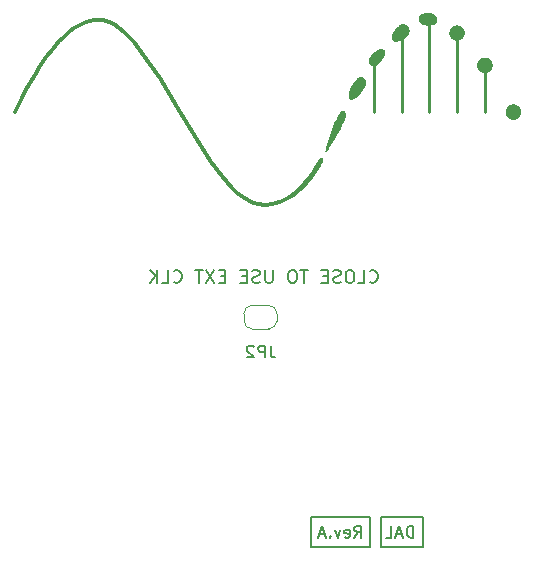
<source format=gbo>
G04 #@! TF.GenerationSoftware,KiCad,Pcbnew,8.0.6*
G04 #@! TF.CreationDate,2025-01-02T21:52:10-07:00*
G04 #@! TF.ProjectId,AD9744 Ersatz Eval Board Rev. A,41443937-3434-4204-9572-7361747a2045,rev?*
G04 #@! TF.SameCoordinates,Original*
G04 #@! TF.FileFunction,Legend,Bot*
G04 #@! TF.FilePolarity,Positive*
%FSLAX46Y46*%
G04 Gerber Fmt 4.6, Leading zero omitted, Abs format (unit mm)*
G04 Created by KiCad (PCBNEW 8.0.6) date 2025-01-02 21:52:10*
%MOMM*%
%LPD*%
G01*
G04 APERTURE LIST*
G04 Aperture macros list*
%AMFreePoly0*
4,1,19,0.500000,-0.750000,0.000000,-0.750000,0.000000,-0.744911,-0.071157,-0.744911,-0.207708,-0.704816,-0.327430,-0.627875,-0.420627,-0.520320,-0.479746,-0.390866,-0.500000,-0.250000,-0.500000,0.250000,-0.479746,0.390866,-0.420627,0.520320,-0.327430,0.627875,-0.207708,0.704816,-0.071157,0.744911,0.000000,0.744911,0.000000,0.750000,0.500000,0.750000,0.500000,-0.750000,0.500000,-0.750000,
$1*%
%AMFreePoly1*
4,1,19,0.000000,0.744911,0.071157,0.744911,0.207708,0.704816,0.327430,0.627875,0.420627,0.520320,0.479746,0.390866,0.500000,0.250000,0.500000,-0.250000,0.479746,-0.390866,0.420627,-0.520320,0.327430,-0.627875,0.207708,-0.704816,0.071157,-0.744911,0.000000,-0.744911,0.000000,-0.750000,-0.500000,-0.750000,-0.500000,0.750000,0.000000,0.750000,0.000000,0.744911,0.000000,0.744911,
$1*%
G04 Aperture macros list end*
%ADD10C,0.370681*%
%ADD11C,0.238124*%
%ADD12C,0.200000*%
%ADD13C,0.000000*%
%ADD14C,0.150000*%
%ADD15C,0.120000*%
%ADD16R,1.700000X1.700000*%
%ADD17O,1.700000X1.700000*%
%ADD18C,3.800000*%
%ADD19C,2.000000*%
%ADD20R,1.600000X1.600000*%
%ADD21O,1.600000X1.600000*%
%ADD22C,2.050000*%
%ADD23C,2.250000*%
%ADD24R,2.600000X2.600000*%
%ADD25C,2.600000*%
%ADD26FreePoly0,0.000000*%
%ADD27FreePoly1,0.000000*%
G04 APERTURE END LIST*
D10*
X141592825Y-94788048D02*
X141774572Y-94783626D01*
D11*
X155587168Y-86956383D02*
X155587168Y-79085823D01*
D10*
X145708787Y-92107293D02*
X145936342Y-91777463D01*
X137101070Y-91155134D02*
X137985816Y-92340611D01*
X131877332Y-82757366D02*
X132741640Y-84080512D01*
X132741640Y-84080512D02*
X134475570Y-86956250D01*
X145936342Y-91777463D02*
X146156623Y-91438689D01*
X138876611Y-93342531D02*
X139324511Y-93760316D01*
D11*
X157926878Y-86956383D02*
X157926878Y-80043616D01*
D10*
X130150259Y-80569970D02*
X130582070Y-81045117D01*
D12*
X145575000Y-121200000D02*
X150575000Y-121200000D01*
X150575000Y-123800000D01*
X145575000Y-123800000D01*
X145575000Y-121200000D01*
D10*
X127203278Y-79146864D02*
X127552184Y-79124452D01*
X142129415Y-94748922D02*
X142302586Y-94719085D01*
X140679360Y-94612138D02*
X141135006Y-94743115D01*
X120490191Y-86937068D02*
X120640427Y-86601370D01*
D13*
G36*
X149803461Y-83967629D02*
G01*
X149822681Y-83969026D01*
X149841950Y-83971541D01*
X149861226Y-83975137D01*
X149880470Y-83979776D01*
X149899640Y-83985422D01*
X149918697Y-83992036D01*
X149937600Y-83999582D01*
X149956309Y-84008023D01*
X149974783Y-84017320D01*
X149992983Y-84027438D01*
X150010867Y-84038339D01*
X150028396Y-84049986D01*
X150045529Y-84062341D01*
X150078445Y-84089028D01*
X150109293Y-84118102D01*
X150137750Y-84149266D01*
X150150981Y-84165538D01*
X150163494Y-84182222D01*
X150175247Y-84199279D01*
X150186200Y-84216672D01*
X150196314Y-84234365D01*
X150205548Y-84252320D01*
X150213861Y-84270499D01*
X150221213Y-84288866D01*
X150227564Y-84307384D01*
X150232873Y-84326014D01*
X150237100Y-84344721D01*
X150240205Y-84363466D01*
X150242653Y-84386871D01*
X150243785Y-84410487D01*
X150243655Y-84434287D01*
X150242319Y-84458246D01*
X150239831Y-84482338D01*
X150236247Y-84506539D01*
X150226012Y-84555162D01*
X150212055Y-84603910D01*
X150194816Y-84652580D01*
X150174739Y-84700967D01*
X150152263Y-84748866D01*
X150127832Y-84796074D01*
X150101885Y-84842387D01*
X150074864Y-84887599D01*
X150047212Y-84931507D01*
X149991776Y-85014594D01*
X149939109Y-85090013D01*
X149856300Y-85204831D01*
X149813520Y-85261621D01*
X149769701Y-85317696D01*
X149724751Y-85372832D01*
X149678576Y-85426803D01*
X149631085Y-85479383D01*
X149582186Y-85530347D01*
X149531786Y-85579469D01*
X149479793Y-85626524D01*
X149426115Y-85671286D01*
X149370660Y-85713530D01*
X149313335Y-85753029D01*
X149254048Y-85789559D01*
X149192707Y-85822894D01*
X149129220Y-85852808D01*
X149111741Y-85860104D01*
X149093795Y-85866941D01*
X149075471Y-85873211D01*
X149056860Y-85878807D01*
X149038052Y-85883624D01*
X149019137Y-85887554D01*
X149000206Y-85890492D01*
X148981350Y-85892330D01*
X148962657Y-85892961D01*
X148944220Y-85892280D01*
X148926127Y-85890180D01*
X148917238Y-85888564D01*
X148908470Y-85886554D01*
X148899832Y-85884135D01*
X148891338Y-85881295D01*
X148882997Y-85878020D01*
X148874821Y-85874297D01*
X148866823Y-85870113D01*
X148859011Y-85865454D01*
X148851400Y-85860307D01*
X148843998Y-85854659D01*
X148837957Y-85849503D01*
X148832230Y-85844114D01*
X148826809Y-85838500D01*
X148821686Y-85832671D01*
X148812302Y-85820406D01*
X148804013Y-85807394D01*
X148796753Y-85793711D01*
X148790457Y-85779431D01*
X148785061Y-85764632D01*
X148780498Y-85749388D01*
X148776705Y-85733776D01*
X148773615Y-85717870D01*
X148771164Y-85701746D01*
X148769286Y-85685479D01*
X148767917Y-85669146D01*
X148766992Y-85652822D01*
X148766210Y-85620503D01*
X148768368Y-85517241D01*
X148776155Y-85414299D01*
X148789457Y-85311937D01*
X148808163Y-85210411D01*
X148832158Y-85109982D01*
X148861330Y-85010908D01*
X148895565Y-84913447D01*
X148934750Y-84817857D01*
X148978772Y-84724397D01*
X149027517Y-84633326D01*
X149080873Y-84544902D01*
X149138727Y-84459384D01*
X149200965Y-84377029D01*
X149267474Y-84298098D01*
X149338140Y-84222847D01*
X149412852Y-84151537D01*
X149432738Y-84133885D01*
X149453100Y-84116526D01*
X149473933Y-84099573D01*
X149495228Y-84083137D01*
X149516979Y-84067333D01*
X149539178Y-84052272D01*
X149561820Y-84038068D01*
X149584896Y-84024834D01*
X149608401Y-84012681D01*
X149632326Y-84001724D01*
X149656665Y-83992074D01*
X149681412Y-83983844D01*
X149706558Y-83977148D01*
X149732097Y-83972097D01*
X149758023Y-83968806D01*
X149784327Y-83967386D01*
X149784328Y-83967386D01*
X149803461Y-83967629D01*
G37*
D10*
X128420211Y-79300362D02*
X128853332Y-79511644D01*
X143127414Y-94453957D02*
X143284434Y-94379302D01*
X141774572Y-94783626D02*
X141953423Y-94770510D01*
X127986526Y-79169386D02*
X128420211Y-79300362D01*
X126176274Y-79460151D02*
X126514789Y-79317574D01*
X130582070Y-81045117D02*
X131013790Y-81571889D01*
X142967794Y-94521700D02*
X143127414Y-94453957D01*
D13*
G36*
X160320911Y-82319619D02*
G01*
X160354153Y-82322146D01*
X160386912Y-82326309D01*
X160419146Y-82332066D01*
X160450815Y-82339375D01*
X160481878Y-82348195D01*
X160512292Y-82358487D01*
X160542017Y-82370207D01*
X160571013Y-82383315D01*
X160599237Y-82397771D01*
X160626649Y-82413532D01*
X160653207Y-82430559D01*
X160678871Y-82448809D01*
X160703599Y-82468241D01*
X160727350Y-82488815D01*
X160750083Y-82510489D01*
X160771757Y-82533222D01*
X160792331Y-82556973D01*
X160811763Y-82581701D01*
X160830013Y-82607365D01*
X160847039Y-82633923D01*
X160862800Y-82661335D01*
X160877256Y-82689559D01*
X160890364Y-82718554D01*
X160902085Y-82748280D01*
X160912376Y-82778694D01*
X160921197Y-82809756D01*
X160928506Y-82841425D01*
X160934262Y-82873660D01*
X160938425Y-82906419D01*
X160940953Y-82939661D01*
X160941804Y-82973346D01*
X160940953Y-83007031D01*
X160938425Y-83040273D01*
X160934262Y-83073032D01*
X160928506Y-83105267D01*
X160921197Y-83136936D01*
X160912376Y-83167998D01*
X160902085Y-83198412D01*
X160890364Y-83228138D01*
X160877256Y-83257133D01*
X160862800Y-83285357D01*
X160847039Y-83312769D01*
X160830013Y-83339328D01*
X160811763Y-83364991D01*
X160792331Y-83389719D01*
X160771757Y-83413470D01*
X160750083Y-83436204D01*
X160727350Y-83457877D01*
X160703599Y-83478451D01*
X160678871Y-83497884D01*
X160653207Y-83516133D01*
X160626649Y-83533160D01*
X160599237Y-83548921D01*
X160571013Y-83563377D01*
X160542017Y-83576485D01*
X160512292Y-83588206D01*
X160481878Y-83598497D01*
X160450815Y-83607317D01*
X160419146Y-83614627D01*
X160386912Y-83620383D01*
X160354153Y-83624546D01*
X160320911Y-83627073D01*
X160287226Y-83627925D01*
X160253542Y-83627073D01*
X160220299Y-83624546D01*
X160187540Y-83620383D01*
X160155306Y-83614627D01*
X160123637Y-83607317D01*
X160092574Y-83598497D01*
X160062160Y-83588206D01*
X160032434Y-83576485D01*
X160003439Y-83563377D01*
X159975215Y-83548921D01*
X159947803Y-83533160D01*
X159921245Y-83516133D01*
X159895581Y-83497884D01*
X159870853Y-83478451D01*
X159847102Y-83457877D01*
X159824369Y-83436204D01*
X159802695Y-83413470D01*
X159782121Y-83389719D01*
X159762689Y-83364991D01*
X159744439Y-83339328D01*
X159727413Y-83312769D01*
X159711651Y-83285357D01*
X159697196Y-83257133D01*
X159684087Y-83228138D01*
X159672367Y-83198412D01*
X159662076Y-83167998D01*
X159653255Y-83136936D01*
X159645946Y-83105267D01*
X159640189Y-83073032D01*
X159636026Y-83040273D01*
X159633499Y-83007031D01*
X159632647Y-82973346D01*
X159633499Y-82939661D01*
X159636026Y-82906419D01*
X159640189Y-82873660D01*
X159645946Y-82841425D01*
X159653255Y-82809756D01*
X159662076Y-82778694D01*
X159672367Y-82748280D01*
X159684087Y-82718554D01*
X159697196Y-82689559D01*
X159711651Y-82661335D01*
X159727413Y-82633923D01*
X159744439Y-82607365D01*
X159762689Y-82581701D01*
X159782121Y-82556973D01*
X159802695Y-82533222D01*
X159824369Y-82510489D01*
X159847102Y-82488815D01*
X159870853Y-82468241D01*
X159895581Y-82448809D01*
X159921245Y-82430559D01*
X159947803Y-82413532D01*
X159975215Y-82397771D01*
X160003439Y-82383315D01*
X160032434Y-82370207D01*
X160062160Y-82358487D01*
X160092574Y-82348195D01*
X160123637Y-82339375D01*
X160155306Y-82332066D01*
X160187540Y-82326309D01*
X160220299Y-82322146D01*
X160253542Y-82319619D01*
X160287226Y-82318767D01*
X160320911Y-82319619D01*
G37*
D11*
X153247193Y-86956383D02*
X153247193Y-80043616D01*
D10*
X139774207Y-94115003D02*
X140225792Y-94400856D01*
D13*
G36*
X146492001Y-90784116D02*
G01*
X146498529Y-90784698D01*
X146505034Y-90785597D01*
X146511513Y-90786824D01*
X146517961Y-90788390D01*
X146524373Y-90790304D01*
X146530744Y-90792577D01*
X146542205Y-90797569D01*
X146552742Y-90803341D01*
X146562380Y-90809857D01*
X146571143Y-90817078D01*
X146579057Y-90824966D01*
X146586147Y-90833485D01*
X146592437Y-90842595D01*
X146597952Y-90852260D01*
X146602718Y-90862442D01*
X146606758Y-90873103D01*
X146610098Y-90884204D01*
X146612762Y-90895709D01*
X146614776Y-90907580D01*
X146616165Y-90919779D01*
X146616952Y-90932268D01*
X146617164Y-90945009D01*
X146616824Y-90957965D01*
X146615958Y-90971098D01*
X146612747Y-90997744D01*
X146607729Y-91024645D01*
X146601103Y-91051500D01*
X146593068Y-91078005D01*
X146583822Y-91103860D01*
X146573565Y-91128762D01*
X146562495Y-91152409D01*
X146500829Y-91273540D01*
X146436975Y-91393490D01*
X146371074Y-91512318D01*
X146303270Y-91630082D01*
X146233704Y-91746841D01*
X146162520Y-91862655D01*
X146089860Y-91977581D01*
X146015867Y-92091680D01*
X145872039Y-92303067D01*
X145726118Y-92503005D01*
X145578861Y-92691727D01*
X145431026Y-92869468D01*
X145283373Y-93036460D01*
X145136660Y-93192938D01*
X144991646Y-93339135D01*
X144849088Y-93475285D01*
X144709745Y-93601622D01*
X144574376Y-93718379D01*
X144443740Y-93825790D01*
X144318594Y-93924089D01*
X144087809Y-94094285D01*
X143888088Y-94230837D01*
X143860416Y-94247158D01*
X143853470Y-94249401D01*
X143850688Y-94248063D01*
X143851747Y-94243415D01*
X143856323Y-94235729D01*
X143874739Y-94212331D01*
X143939587Y-94141055D01*
X144024580Y-94051647D01*
X144109064Y-93961519D01*
X144144661Y-93921627D01*
X144172387Y-93888085D01*
X144189659Y-93863069D01*
X144193568Y-93854439D01*
X144193895Y-93848757D01*
X144190319Y-93846295D01*
X144182515Y-93847324D01*
X144170162Y-93852118D01*
X144152937Y-93860948D01*
X144096967Y-93891444D01*
X144040592Y-93921211D01*
X143983826Y-93950241D01*
X143926684Y-93978523D01*
X143869183Y-94006049D01*
X143811338Y-94032808D01*
X143753164Y-94058793D01*
X143694677Y-94083992D01*
X143680986Y-94089428D01*
X143665813Y-94094833D01*
X143649313Y-94100225D01*
X143631641Y-94105623D01*
X143612952Y-94111046D01*
X143593400Y-94116513D01*
X143552332Y-94127651D01*
X143689881Y-94033416D01*
X143825796Y-93936222D01*
X143959765Y-93836023D01*
X144091474Y-93732773D01*
X144220612Y-93626427D01*
X144346864Y-93516940D01*
X144469920Y-93404266D01*
X144589465Y-93288360D01*
X144705187Y-93169177D01*
X144816773Y-93046671D01*
X144923911Y-92920797D01*
X145026288Y-92791510D01*
X145123590Y-92658764D01*
X145215506Y-92522514D01*
X145301722Y-92382715D01*
X145381925Y-92239320D01*
X145381924Y-92239320D01*
X145447440Y-92159782D01*
X145511160Y-92078867D01*
X145572977Y-91996489D01*
X145632782Y-91912560D01*
X145690466Y-91826993D01*
X145745921Y-91739703D01*
X145799037Y-91650603D01*
X145849708Y-91559606D01*
X145950001Y-91365414D01*
X146000917Y-91268279D01*
X146027294Y-91220412D01*
X146054561Y-91173281D01*
X146082926Y-91127089D01*
X146112596Y-91082040D01*
X146143779Y-91038336D01*
X146176683Y-90996179D01*
X146211515Y-90955772D01*
X146248484Y-90917319D01*
X146287797Y-90881021D01*
X146329662Y-90847081D01*
X146340725Y-90838943D01*
X146352161Y-90831055D01*
X146363932Y-90823497D01*
X146376002Y-90816352D01*
X146388333Y-90809702D01*
X146400890Y-90803628D01*
X146413636Y-90798212D01*
X146426533Y-90793536D01*
X146439544Y-90789682D01*
X146452634Y-90786731D01*
X146465764Y-90784765D01*
X146472333Y-90784177D01*
X146478899Y-90783866D01*
X146485456Y-90783843D01*
X146492001Y-90784116D01*
G37*
D11*
X150907484Y-86956383D02*
X150907484Y-82723314D01*
X160266589Y-86956383D02*
X160266589Y-82788403D01*
D10*
X144979509Y-93025301D02*
X145230668Y-92732993D01*
X144451506Y-93559922D02*
X144719887Y-93301538D01*
X121739733Y-84465108D02*
X122156051Y-83759378D01*
X122156051Y-83759378D02*
X122620417Y-83030760D01*
D12*
X151450000Y-121200000D02*
X155000000Y-121200000D01*
X155000000Y-123800000D01*
X151450000Y-123800000D01*
X151450000Y-121200000D01*
D10*
X142640610Y-94635555D02*
X142805539Y-94582306D01*
X137985816Y-92340611D02*
X138430410Y-92867384D01*
X145230668Y-92732993D02*
X145473662Y-92426397D01*
D13*
G36*
X157960563Y-79598908D02*
G01*
X157993805Y-79601436D01*
X158026564Y-79605598D01*
X158058799Y-79611355D01*
X158090468Y-79618664D01*
X158121530Y-79627485D01*
X158151944Y-79637776D01*
X158181670Y-79649496D01*
X158210665Y-79662605D01*
X158238889Y-79677061D01*
X158266301Y-79692822D01*
X158292859Y-79709848D01*
X158318523Y-79728098D01*
X158343251Y-79747531D01*
X158367002Y-79768104D01*
X158389735Y-79789778D01*
X158411409Y-79812512D01*
X158431983Y-79836263D01*
X158451415Y-79860991D01*
X158469665Y-79886654D01*
X158486691Y-79913213D01*
X158502453Y-79940625D01*
X158516908Y-79968849D01*
X158530017Y-79997844D01*
X158541737Y-80027570D01*
X158552028Y-80057984D01*
X158560849Y-80089046D01*
X158568158Y-80120715D01*
X158573915Y-80152950D01*
X158578077Y-80185709D01*
X158580605Y-80218951D01*
X158581457Y-80252635D01*
X158580605Y-80286320D01*
X158578077Y-80319562D01*
X158573915Y-80352321D01*
X158568158Y-80384556D01*
X158560849Y-80416225D01*
X158552028Y-80447287D01*
X158541737Y-80477702D01*
X158530017Y-80507427D01*
X158516908Y-80536423D01*
X158502453Y-80564647D01*
X158486691Y-80592059D01*
X158469665Y-80618617D01*
X158451415Y-80644281D01*
X158431983Y-80669009D01*
X158411409Y-80692760D01*
X158389735Y-80715493D01*
X158367002Y-80737167D01*
X158343251Y-80757740D01*
X158318523Y-80777173D01*
X158292859Y-80795423D01*
X158266301Y-80812449D01*
X158238889Y-80828210D01*
X158210665Y-80842666D01*
X158181670Y-80855774D01*
X158151944Y-80867495D01*
X158121530Y-80877786D01*
X158090468Y-80886607D01*
X158058799Y-80893916D01*
X158026564Y-80899672D01*
X157993805Y-80903835D01*
X157960563Y-80906363D01*
X157926878Y-80907214D01*
X157893194Y-80906363D01*
X157859951Y-80903835D01*
X157827192Y-80899672D01*
X157794958Y-80893916D01*
X157763289Y-80886607D01*
X157732226Y-80877786D01*
X157701812Y-80867495D01*
X157672087Y-80855774D01*
X157643091Y-80842666D01*
X157614867Y-80828210D01*
X157587455Y-80812449D01*
X157560897Y-80795423D01*
X157535233Y-80777173D01*
X157510505Y-80757740D01*
X157486754Y-80737167D01*
X157464021Y-80715493D01*
X157442347Y-80692760D01*
X157421773Y-80669009D01*
X157402341Y-80644281D01*
X157384091Y-80618617D01*
X157367065Y-80592059D01*
X157351303Y-80564647D01*
X157336848Y-80536423D01*
X157323739Y-80507427D01*
X157312019Y-80477702D01*
X157301728Y-80447287D01*
X157292907Y-80416225D01*
X157285598Y-80384556D01*
X157279841Y-80352321D01*
X157275679Y-80319562D01*
X157273151Y-80286320D01*
X157272299Y-80252635D01*
X157273151Y-80218951D01*
X157275679Y-80185709D01*
X157279841Y-80152950D01*
X157285598Y-80120715D01*
X157292907Y-80089046D01*
X157301728Y-80057984D01*
X157312019Y-80027570D01*
X157323739Y-79997844D01*
X157336848Y-79968849D01*
X157351303Y-79940625D01*
X157367065Y-79913213D01*
X157384091Y-79886654D01*
X157402341Y-79860991D01*
X157421773Y-79836263D01*
X157442347Y-79812512D01*
X157464021Y-79789778D01*
X157486754Y-79768104D01*
X157510505Y-79747531D01*
X157535233Y-79728098D01*
X157560897Y-79709848D01*
X157587455Y-79692822D01*
X157614867Y-79677061D01*
X157643091Y-79662605D01*
X157672087Y-79649496D01*
X157701812Y-79637776D01*
X157732226Y-79627485D01*
X157763289Y-79618664D01*
X157794958Y-79611355D01*
X157827192Y-79605598D01*
X157859951Y-79601436D01*
X157893194Y-79598908D01*
X157926878Y-79598056D01*
X157960563Y-79598908D01*
G37*
D10*
X142472972Y-94681222D02*
X142640610Y-94635555D01*
X124872881Y-80345174D02*
X125190061Y-80082432D01*
X142805539Y-94582306D02*
X142967794Y-94521700D01*
X124562370Y-80630803D02*
X124872881Y-80345174D01*
X123963494Y-81259284D02*
X124259063Y-80936460D01*
X141135006Y-94743115D02*
X141592825Y-94788048D01*
X145473662Y-92426397D02*
X145708787Y-92107293D01*
X143284434Y-94379302D02*
X143438894Y-94297957D01*
X144174067Y-93798673D02*
X144451506Y-93559922D01*
X121375737Y-85125060D02*
X121739733Y-84465108D01*
X143438894Y-94297957D02*
X143590829Y-94210144D01*
D13*
G36*
X155581583Y-78551165D02*
G01*
X155633759Y-78553424D01*
X155659817Y-78555406D01*
X155685823Y-78558026D01*
X155711753Y-78561336D01*
X155737583Y-78565388D01*
X155763289Y-78570234D01*
X155788847Y-78575925D01*
X155814233Y-78582514D01*
X155839422Y-78590052D01*
X155864392Y-78598592D01*
X155889118Y-78608186D01*
X155913575Y-78618884D01*
X155937740Y-78630740D01*
X155961583Y-78643855D01*
X155985035Y-78658280D01*
X156008017Y-78673991D01*
X156030448Y-78690966D01*
X156052248Y-78709181D01*
X156073337Y-78728613D01*
X156093634Y-78749239D01*
X156113060Y-78771035D01*
X156131534Y-78793979D01*
X156148976Y-78818046D01*
X156165305Y-78843214D01*
X156180442Y-78869460D01*
X156194306Y-78896760D01*
X156206817Y-78925090D01*
X156217895Y-78954429D01*
X156227459Y-78984752D01*
X156227723Y-78984750D01*
X156240255Y-79034587D01*
X156248752Y-79081845D01*
X156253397Y-79126589D01*
X156254372Y-79168883D01*
X156251858Y-79208792D01*
X156246038Y-79246381D01*
X156237095Y-79281714D01*
X156225210Y-79314856D01*
X156210565Y-79345871D01*
X156193343Y-79374825D01*
X156173726Y-79401780D01*
X156151896Y-79426803D01*
X156128034Y-79449958D01*
X156102325Y-79471309D01*
X156074948Y-79490921D01*
X156046087Y-79508858D01*
X156015924Y-79525185D01*
X155984641Y-79539967D01*
X155919443Y-79565153D01*
X155851950Y-79584932D01*
X155783620Y-79599820D01*
X155715911Y-79610336D01*
X155650279Y-79616995D01*
X155588181Y-79620313D01*
X155531075Y-79620809D01*
X155429131Y-79618176D01*
X155377570Y-79615464D01*
X155325916Y-79611408D01*
X155274395Y-79605700D01*
X155223234Y-79598029D01*
X155172657Y-79588088D01*
X155122890Y-79575566D01*
X155074158Y-79560154D01*
X155026688Y-79541543D01*
X155003496Y-79530941D01*
X154980704Y-79519424D01*
X154958340Y-79506952D01*
X154936433Y-79493487D01*
X154915010Y-79478990D01*
X154894099Y-79463423D01*
X154873730Y-79446747D01*
X154853929Y-79428924D01*
X154834726Y-79409913D01*
X154816149Y-79389678D01*
X154798224Y-79368179D01*
X154780982Y-79345378D01*
X154766592Y-79324295D01*
X154753036Y-79302183D01*
X154740386Y-79279138D01*
X154728714Y-79255255D01*
X154718092Y-79230627D01*
X154708590Y-79205350D01*
X154700282Y-79179518D01*
X154693239Y-79153225D01*
X154687531Y-79126567D01*
X154683232Y-79099637D01*
X154680413Y-79072530D01*
X154679145Y-79045342D01*
X154679500Y-79018165D01*
X154681551Y-78991096D01*
X154685367Y-78964228D01*
X154691022Y-78937656D01*
X154696071Y-78919249D01*
X154701871Y-78901476D01*
X154708396Y-78884325D01*
X154715616Y-78867786D01*
X154723504Y-78851847D01*
X154732032Y-78836496D01*
X154741173Y-78821724D01*
X154750897Y-78807518D01*
X154761178Y-78793868D01*
X154771987Y-78780762D01*
X154783296Y-78768188D01*
X154795077Y-78756137D01*
X154819945Y-78733555D01*
X154846367Y-78712926D01*
X154874118Y-78694160D01*
X154902977Y-78677169D01*
X154932718Y-78661861D01*
X154963118Y-78648149D01*
X154993954Y-78635942D01*
X155025003Y-78625150D01*
X155056039Y-78615685D01*
X155086840Y-78607457D01*
X155141628Y-78594671D01*
X155196634Y-78583503D01*
X155251825Y-78573961D01*
X155307172Y-78566049D01*
X155362643Y-78559774D01*
X155418206Y-78555143D01*
X155473832Y-78552161D01*
X155529488Y-78550835D01*
X155581583Y-78551165D01*
G37*
D10*
X141953423Y-94770510D02*
X142129415Y-94748922D01*
X129285984Y-79797497D02*
X129718261Y-80152185D01*
X143887274Y-94016007D02*
X144174067Y-93798673D01*
X122620417Y-83030760D02*
X123128557Y-82302142D01*
X131013790Y-81571889D02*
X131877332Y-82757366D01*
D13*
G36*
X148298542Y-86840031D02*
G01*
X148316510Y-86841900D01*
X148334178Y-86845091D01*
X148351416Y-86849619D01*
X148368091Y-86855496D01*
X148384072Y-86862737D01*
X148391762Y-86866873D01*
X148399229Y-86871355D01*
X148406456Y-86876184D01*
X148413428Y-86881363D01*
X148420128Y-86886893D01*
X148426540Y-86892776D01*
X148432647Y-86899013D01*
X148438432Y-86905607D01*
X148443880Y-86912558D01*
X148448974Y-86919869D01*
X148461871Y-86941235D01*
X148473167Y-86963381D01*
X148482918Y-86986259D01*
X148491183Y-87009822D01*
X148498018Y-87034021D01*
X148503481Y-87058809D01*
X148507628Y-87084138D01*
X148510519Y-87109960D01*
X148512755Y-87162892D01*
X148510649Y-87217223D01*
X148504659Y-87272570D01*
X148495243Y-87328551D01*
X148482860Y-87384783D01*
X148467968Y-87440883D01*
X148451025Y-87496470D01*
X148432491Y-87551160D01*
X148412824Y-87604571D01*
X148392482Y-87656320D01*
X148351608Y-87753304D01*
X148219302Y-88046966D01*
X148080215Y-88337496D01*
X147934437Y-88624740D01*
X147782059Y-88908542D01*
X147623168Y-89188748D01*
X147457857Y-89465201D01*
X147286214Y-89737748D01*
X147108331Y-90006233D01*
X147071702Y-90059125D01*
X147029762Y-90117425D01*
X146984715Y-90177014D01*
X146961715Y-90206006D01*
X146938766Y-90233775D01*
X146916142Y-90259809D01*
X146894119Y-90283591D01*
X146872973Y-90304608D01*
X146852978Y-90322344D01*
X146834412Y-90336285D01*
X146825750Y-90341672D01*
X146817549Y-90345917D01*
X146809842Y-90348955D01*
X146802665Y-90350723D01*
X146796051Y-90351157D01*
X146790035Y-90350191D01*
X146785786Y-90347997D01*
X146782244Y-90344207D01*
X146779378Y-90338915D01*
X146777155Y-90332213D01*
X146775543Y-90324196D01*
X146774510Y-90314957D01*
X146774053Y-90293189D01*
X146775528Y-90267656D01*
X146778679Y-90239108D01*
X146783247Y-90208294D01*
X146788978Y-90175961D01*
X146802898Y-90109739D01*
X146818387Y-90046432D01*
X146833393Y-89992029D01*
X146845863Y-89952522D01*
X146845864Y-89952788D01*
X147542513Y-87970265D01*
X147629763Y-87727109D01*
X147676322Y-87606515D01*
X147726166Y-87487499D01*
X147752630Y-87428799D01*
X147780288Y-87370753D01*
X147809264Y-87313448D01*
X147839684Y-87256969D01*
X147871671Y-87201403D01*
X147905349Y-87146836D01*
X147940844Y-87093356D01*
X147978280Y-87041048D01*
X148000206Y-87012536D01*
X148011566Y-86998486D01*
X148023214Y-86984650D01*
X148035167Y-86971084D01*
X148047443Y-86957843D01*
X148060060Y-86944986D01*
X148073034Y-86932568D01*
X148086383Y-86920647D01*
X148100126Y-86909278D01*
X148114278Y-86898518D01*
X148128857Y-86888425D01*
X148143882Y-86879053D01*
X148159369Y-86870461D01*
X148175335Y-86862704D01*
X148191799Y-86855840D01*
X148208806Y-86850056D01*
X148226301Y-86845514D01*
X148244154Y-86842227D01*
X148262232Y-86840209D01*
X148280405Y-86839472D01*
X148298542Y-86840031D01*
G37*
D10*
X138430410Y-92867384D02*
X138876611Y-93342531D01*
X139324511Y-93760316D02*
X139774207Y-94115003D01*
X144719887Y-93301538D02*
X144979509Y-93025301D01*
X121068338Y-85716347D02*
X121375737Y-85125060D01*
D13*
G36*
X153410097Y-79472950D02*
G01*
X153447433Y-79477694D01*
X153484022Y-79485531D01*
X153519764Y-79496309D01*
X153554558Y-79509875D01*
X153588305Y-79526079D01*
X153620905Y-79544768D01*
X153652258Y-79565789D01*
X153682263Y-79588990D01*
X153710821Y-79614220D01*
X153737832Y-79641326D01*
X153763196Y-79670156D01*
X153786813Y-79700559D01*
X153808583Y-79732381D01*
X153828405Y-79765471D01*
X153846180Y-79799676D01*
X153861808Y-79834845D01*
X153875189Y-79870825D01*
X153886223Y-79907465D01*
X153894810Y-79944612D01*
X153900849Y-79982114D01*
X153904242Y-80019818D01*
X153904887Y-80057574D01*
X153902685Y-80095228D01*
X153897536Y-80132628D01*
X153889340Y-80169623D01*
X153877997Y-80206060D01*
X153863407Y-80241788D01*
X153823323Y-80320565D01*
X153777347Y-80395840D01*
X153725871Y-80467431D01*
X153669285Y-80535153D01*
X153607981Y-80598822D01*
X153542347Y-80658255D01*
X153472777Y-80713268D01*
X153399659Y-80763678D01*
X153323384Y-80809301D01*
X153244344Y-80849952D01*
X153162929Y-80885449D01*
X153079530Y-80915607D01*
X152994536Y-80940244D01*
X152908340Y-80959174D01*
X152821332Y-80972215D01*
X152733901Y-80979183D01*
X152708956Y-80980027D01*
X152696415Y-80980134D01*
X152683861Y-80979984D01*
X152671320Y-80979539D01*
X152658817Y-80978763D01*
X152646375Y-80977620D01*
X152634020Y-80976073D01*
X152621777Y-80974086D01*
X152609670Y-80971622D01*
X152597724Y-80968645D01*
X152585965Y-80965118D01*
X152574416Y-80961005D01*
X152563103Y-80956270D01*
X152552051Y-80950876D01*
X152541283Y-80944786D01*
X152533805Y-80940021D01*
X152526597Y-80934962D01*
X152512976Y-80924002D01*
X152500388Y-80911993D01*
X152488801Y-80899021D01*
X152478183Y-80885171D01*
X152468502Y-80870530D01*
X152459725Y-80855183D01*
X152451821Y-80839217D01*
X152444757Y-80822718D01*
X152438501Y-80805771D01*
X152433021Y-80788463D01*
X152428285Y-80770881D01*
X152424261Y-80753109D01*
X152420916Y-80735233D01*
X152418218Y-80717341D01*
X152416135Y-80699518D01*
X152413197Y-80660512D01*
X152412276Y-80621513D01*
X152413304Y-80582572D01*
X152416215Y-80543740D01*
X152420941Y-80505068D01*
X152427415Y-80466606D01*
X152435570Y-80428406D01*
X152445340Y-80390518D01*
X152456657Y-80352992D01*
X152469454Y-80315880D01*
X152483664Y-80279232D01*
X152499220Y-80243100D01*
X152516055Y-80207533D01*
X152534102Y-80172582D01*
X152553294Y-80138300D01*
X152573563Y-80104735D01*
X152594825Y-80071889D01*
X152617004Y-80039712D01*
X152640051Y-80008179D01*
X152663915Y-79977263D01*
X152688546Y-79946940D01*
X152713895Y-79917183D01*
X152739911Y-79887967D01*
X152766544Y-79859267D01*
X152793745Y-79831057D01*
X152821464Y-79803311D01*
X152878252Y-79749110D01*
X152936511Y-79696459D01*
X152995840Y-79645154D01*
X153021207Y-79623906D01*
X153046978Y-79603014D01*
X153073257Y-79582762D01*
X153086621Y-79572963D01*
X153100151Y-79563430D01*
X153113861Y-79554198D01*
X153127763Y-79545302D01*
X153141873Y-79536777D01*
X153156201Y-79528658D01*
X153170762Y-79520981D01*
X153185569Y-79513782D01*
X153200634Y-79507095D01*
X153215972Y-79500955D01*
X153215708Y-79500955D01*
X153255280Y-79487951D01*
X153294606Y-79478800D01*
X153333583Y-79473351D01*
X153372114Y-79471452D01*
X153410097Y-79472950D01*
G37*
D10*
X142302586Y-94719085D02*
X142472972Y-94681222D01*
X128853332Y-79511644D02*
X129285984Y-79797497D01*
X134475570Y-86956250D02*
X136221616Y-89831988D01*
D13*
G36*
X162730206Y-86283342D02*
G01*
X162763449Y-86285870D01*
X162796208Y-86290033D01*
X162828442Y-86295789D01*
X162860111Y-86303098D01*
X162891174Y-86311919D01*
X162921588Y-86322210D01*
X162951314Y-86333930D01*
X162980309Y-86347039D01*
X163008533Y-86361494D01*
X163035945Y-86377256D01*
X163062503Y-86394282D01*
X163088167Y-86412532D01*
X163112895Y-86431964D01*
X163136646Y-86452538D01*
X163159379Y-86474212D01*
X163181053Y-86496945D01*
X163201627Y-86520696D01*
X163221059Y-86545424D01*
X163239309Y-86571087D01*
X163256335Y-86597646D01*
X163272097Y-86625057D01*
X163286552Y-86653281D01*
X163299661Y-86682277D01*
X163311381Y-86712002D01*
X163321672Y-86742417D01*
X163330493Y-86773479D01*
X163337802Y-86805148D01*
X163343559Y-86837382D01*
X163347721Y-86870141D01*
X163350249Y-86903384D01*
X163351101Y-86937068D01*
X163350249Y-86970753D01*
X163347721Y-87003995D01*
X163343559Y-87036754D01*
X163337802Y-87068989D01*
X163330493Y-87100658D01*
X163321672Y-87131720D01*
X163311381Y-87162135D01*
X163299661Y-87191860D01*
X163286552Y-87220856D01*
X163272097Y-87249080D01*
X163256335Y-87276492D01*
X163239309Y-87303050D01*
X163221059Y-87328714D01*
X163201627Y-87353442D01*
X163181053Y-87377193D01*
X163159379Y-87399926D01*
X163136646Y-87421601D01*
X163112895Y-87442174D01*
X163088167Y-87461607D01*
X163062503Y-87479857D01*
X163035945Y-87496883D01*
X163008533Y-87512645D01*
X162980309Y-87527100D01*
X162951314Y-87540209D01*
X162921588Y-87551929D01*
X162891174Y-87562220D01*
X162860111Y-87571041D01*
X162828442Y-87578350D01*
X162796208Y-87584107D01*
X162763449Y-87588269D01*
X162730206Y-87590797D01*
X162696522Y-87591649D01*
X162662837Y-87590797D01*
X162629595Y-87588269D01*
X162596836Y-87584107D01*
X162564601Y-87578350D01*
X162532932Y-87571041D01*
X162501870Y-87562220D01*
X162471455Y-87551929D01*
X162441730Y-87540209D01*
X162412735Y-87527100D01*
X162384510Y-87512645D01*
X162357099Y-87496883D01*
X162330540Y-87479857D01*
X162304877Y-87461607D01*
X162280149Y-87442174D01*
X162256397Y-87421601D01*
X162233664Y-87399926D01*
X162211990Y-87377193D01*
X162191417Y-87353442D01*
X162171984Y-87328714D01*
X162153734Y-87303050D01*
X162136708Y-87276492D01*
X162120947Y-87249080D01*
X162106491Y-87220856D01*
X162093383Y-87191860D01*
X162081662Y-87162135D01*
X162071371Y-87131720D01*
X162062550Y-87100658D01*
X162055241Y-87068989D01*
X162049485Y-87036754D01*
X162045322Y-87003995D01*
X162042794Y-86970753D01*
X162041943Y-86937068D01*
X162042794Y-86903384D01*
X162045322Y-86870141D01*
X162049485Y-86837382D01*
X162055241Y-86805148D01*
X162062550Y-86773479D01*
X162071371Y-86742417D01*
X162081662Y-86712002D01*
X162093383Y-86682277D01*
X162106491Y-86653281D01*
X162120947Y-86625057D01*
X162136708Y-86597646D01*
X162153734Y-86571087D01*
X162171984Y-86545424D01*
X162191417Y-86520696D01*
X162211990Y-86496945D01*
X162233664Y-86474212D01*
X162256397Y-86452538D01*
X162280149Y-86431964D01*
X162304877Y-86412532D01*
X162330540Y-86394282D01*
X162357099Y-86377256D01*
X162384510Y-86361494D01*
X162412735Y-86347039D01*
X162441730Y-86333930D01*
X162471455Y-86322210D01*
X162501870Y-86311919D01*
X162532932Y-86303098D01*
X162564601Y-86295789D01*
X162596836Y-86290033D01*
X162629595Y-86285870D01*
X162662837Y-86283342D01*
X162696522Y-86282491D01*
X162730206Y-86283342D01*
G37*
D10*
X123128557Y-82302142D02*
X123676197Y-81596413D01*
X126857302Y-79212192D02*
X127203278Y-79146864D01*
X143590829Y-94210144D02*
X143887274Y-94016007D01*
X123676197Y-81596413D02*
X123963494Y-81259284D01*
X125842292Y-79637060D02*
X126176274Y-79460151D01*
X125513376Y-79845441D02*
X125842292Y-79637060D01*
X129718261Y-80152185D02*
X130150259Y-80569970D01*
X140225792Y-94400856D02*
X140679360Y-94612138D01*
X126514789Y-79317574D02*
X126857302Y-79212192D01*
D13*
G36*
X151517144Y-81607967D02*
G01*
X151538514Y-81609155D01*
X151559887Y-81611426D01*
X151581180Y-81614858D01*
X151602305Y-81619439D01*
X151623168Y-81625159D01*
X151643679Y-81632005D01*
X151663748Y-81639968D01*
X151683282Y-81649035D01*
X151702192Y-81659195D01*
X151720385Y-81670437D01*
X151729184Y-81676461D01*
X151737770Y-81682750D01*
X151746132Y-81689305D01*
X151754258Y-81696123D01*
X151762136Y-81703203D01*
X151769756Y-81710544D01*
X151777105Y-81718145D01*
X151784173Y-81726003D01*
X151790948Y-81734117D01*
X151797419Y-81742487D01*
X151803574Y-81751110D01*
X151809402Y-81759986D01*
X151814891Y-81769112D01*
X151820031Y-81778488D01*
X151827274Y-81793438D01*
X151833547Y-81808562D01*
X151838879Y-81823849D01*
X151843302Y-81839285D01*
X151846845Y-81854858D01*
X151849541Y-81870554D01*
X151851418Y-81886362D01*
X151852508Y-81902268D01*
X151852842Y-81918259D01*
X151852450Y-81934324D01*
X151849610Y-81966621D01*
X151844234Y-81999056D01*
X151836567Y-82031529D01*
X151826853Y-82063936D01*
X151815338Y-82096176D01*
X151802266Y-82128148D01*
X151787883Y-82159748D01*
X151772434Y-82190876D01*
X151756162Y-82221429D01*
X151722135Y-82280403D01*
X151660132Y-82381076D01*
X151628128Y-82430973D01*
X151595354Y-82480407D01*
X151561731Y-82529250D01*
X151527184Y-82577375D01*
X151491634Y-82624654D01*
X151455005Y-82670960D01*
X151417219Y-82716166D01*
X151378200Y-82760143D01*
X151337869Y-82802764D01*
X151296151Y-82843902D01*
X151252968Y-82883430D01*
X151208243Y-82921219D01*
X151161898Y-82957142D01*
X151113857Y-82991072D01*
X151113856Y-82991072D01*
X151081514Y-83011098D01*
X151048854Y-83028069D01*
X151015984Y-83042067D01*
X150983012Y-83053175D01*
X150950048Y-83061473D01*
X150917197Y-83067043D01*
X150884570Y-83069967D01*
X150852274Y-83070328D01*
X150820418Y-83068206D01*
X150789109Y-83063683D01*
X150758457Y-83056842D01*
X150728568Y-83047763D01*
X150699552Y-83036528D01*
X150671517Y-83023220D01*
X150644571Y-83007920D01*
X150618821Y-82990710D01*
X150594377Y-82971671D01*
X150571347Y-82950885D01*
X150549838Y-82928434D01*
X150529959Y-82904399D01*
X150511819Y-82878863D01*
X150495525Y-82851907D01*
X150481186Y-82823613D01*
X150468910Y-82794063D01*
X150458805Y-82763337D01*
X150450980Y-82731519D01*
X150445542Y-82698689D01*
X150442600Y-82664930D01*
X150442262Y-82630323D01*
X150444636Y-82594950D01*
X150449831Y-82558892D01*
X150457955Y-82522232D01*
X150478363Y-82454371D01*
X150503672Y-82387641D01*
X150533587Y-82322238D01*
X150567810Y-82258355D01*
X150606048Y-82196189D01*
X150648003Y-82135934D01*
X150693381Y-82077785D01*
X150741885Y-82021937D01*
X150793221Y-81968585D01*
X150847091Y-81917924D01*
X150903201Y-81870149D01*
X150961254Y-81825455D01*
X151020955Y-81784037D01*
X151082009Y-81746089D01*
X151144119Y-81711807D01*
X151206989Y-81681386D01*
X151246487Y-81664392D01*
X151266523Y-81656461D01*
X151286733Y-81648967D01*
X151307106Y-81641953D01*
X151327629Y-81635464D01*
X151348292Y-81629543D01*
X151369081Y-81624236D01*
X151389985Y-81619587D01*
X151410991Y-81615638D01*
X151432088Y-81612436D01*
X151453264Y-81610023D01*
X151474507Y-81608445D01*
X151495804Y-81607744D01*
X151517144Y-81607967D01*
G37*
D10*
X124259063Y-80936460D02*
X124562370Y-80630803D01*
X120640427Y-86601370D02*
X121068338Y-85716347D01*
X125190061Y-80082432D02*
X125513376Y-79845441D01*
X127552184Y-79124452D02*
X127986526Y-79169386D01*
X136221616Y-89831988D02*
X137101070Y-91155134D01*
D12*
X149233898Y-122967219D02*
X149567231Y-122491028D01*
X149805326Y-122967219D02*
X149805326Y-121967219D01*
X149805326Y-121967219D02*
X149424374Y-121967219D01*
X149424374Y-121967219D02*
X149329136Y-122014838D01*
X149329136Y-122014838D02*
X149281517Y-122062457D01*
X149281517Y-122062457D02*
X149233898Y-122157695D01*
X149233898Y-122157695D02*
X149233898Y-122300552D01*
X149233898Y-122300552D02*
X149281517Y-122395790D01*
X149281517Y-122395790D02*
X149329136Y-122443409D01*
X149329136Y-122443409D02*
X149424374Y-122491028D01*
X149424374Y-122491028D02*
X149805326Y-122491028D01*
X148424374Y-122919600D02*
X148519612Y-122967219D01*
X148519612Y-122967219D02*
X148710088Y-122967219D01*
X148710088Y-122967219D02*
X148805326Y-122919600D01*
X148805326Y-122919600D02*
X148852945Y-122824361D01*
X148852945Y-122824361D02*
X148852945Y-122443409D01*
X148852945Y-122443409D02*
X148805326Y-122348171D01*
X148805326Y-122348171D02*
X148710088Y-122300552D01*
X148710088Y-122300552D02*
X148519612Y-122300552D01*
X148519612Y-122300552D02*
X148424374Y-122348171D01*
X148424374Y-122348171D02*
X148376755Y-122443409D01*
X148376755Y-122443409D02*
X148376755Y-122538647D01*
X148376755Y-122538647D02*
X148852945Y-122633885D01*
X148043421Y-122300552D02*
X147805326Y-122967219D01*
X147805326Y-122967219D02*
X147567231Y-122300552D01*
X147186278Y-122871980D02*
X147138659Y-122919600D01*
X147138659Y-122919600D02*
X147186278Y-122967219D01*
X147186278Y-122967219D02*
X147233897Y-122919600D01*
X147233897Y-122919600D02*
X147186278Y-122871980D01*
X147186278Y-122871980D02*
X147186278Y-122967219D01*
X146757707Y-122681504D02*
X146281517Y-122681504D01*
X146852945Y-122967219D02*
X146519612Y-121967219D01*
X146519612Y-121967219D02*
X146186279Y-122967219D01*
X154230326Y-122967219D02*
X154230326Y-121967219D01*
X154230326Y-121967219D02*
X153992231Y-121967219D01*
X153992231Y-121967219D02*
X153849374Y-122014838D01*
X153849374Y-122014838D02*
X153754136Y-122110076D01*
X153754136Y-122110076D02*
X153706517Y-122205314D01*
X153706517Y-122205314D02*
X153658898Y-122395790D01*
X153658898Y-122395790D02*
X153658898Y-122538647D01*
X153658898Y-122538647D02*
X153706517Y-122729123D01*
X153706517Y-122729123D02*
X153754136Y-122824361D01*
X153754136Y-122824361D02*
X153849374Y-122919600D01*
X153849374Y-122919600D02*
X153992231Y-122967219D01*
X153992231Y-122967219D02*
X154230326Y-122967219D01*
X153277945Y-122681504D02*
X152801755Y-122681504D01*
X153373183Y-122967219D02*
X153039850Y-121967219D01*
X153039850Y-121967219D02*
X152706517Y-122967219D01*
X151896993Y-122967219D02*
X152373183Y-122967219D01*
X152373183Y-122967219D02*
X152373183Y-121967219D01*
X150527945Y-101300219D02*
X150580326Y-101352600D01*
X150580326Y-101352600D02*
X150737469Y-101404980D01*
X150737469Y-101404980D02*
X150842231Y-101404980D01*
X150842231Y-101404980D02*
X150999374Y-101352600D01*
X150999374Y-101352600D02*
X151104136Y-101247838D01*
X151104136Y-101247838D02*
X151156517Y-101143076D01*
X151156517Y-101143076D02*
X151208898Y-100933552D01*
X151208898Y-100933552D02*
X151208898Y-100776409D01*
X151208898Y-100776409D02*
X151156517Y-100566885D01*
X151156517Y-100566885D02*
X151104136Y-100462123D01*
X151104136Y-100462123D02*
X150999374Y-100357361D01*
X150999374Y-100357361D02*
X150842231Y-100304980D01*
X150842231Y-100304980D02*
X150737469Y-100304980D01*
X150737469Y-100304980D02*
X150580326Y-100357361D01*
X150580326Y-100357361D02*
X150527945Y-100409742D01*
X149532707Y-101404980D02*
X150056517Y-101404980D01*
X150056517Y-101404980D02*
X150056517Y-100304980D01*
X148956517Y-100304980D02*
X148746993Y-100304980D01*
X148746993Y-100304980D02*
X148642231Y-100357361D01*
X148642231Y-100357361D02*
X148537469Y-100462123D01*
X148537469Y-100462123D02*
X148485088Y-100671647D01*
X148485088Y-100671647D02*
X148485088Y-101038314D01*
X148485088Y-101038314D02*
X148537469Y-101247838D01*
X148537469Y-101247838D02*
X148642231Y-101352600D01*
X148642231Y-101352600D02*
X148746993Y-101404980D01*
X148746993Y-101404980D02*
X148956517Y-101404980D01*
X148956517Y-101404980D02*
X149061279Y-101352600D01*
X149061279Y-101352600D02*
X149166041Y-101247838D01*
X149166041Y-101247838D02*
X149218422Y-101038314D01*
X149218422Y-101038314D02*
X149218422Y-100671647D01*
X149218422Y-100671647D02*
X149166041Y-100462123D01*
X149166041Y-100462123D02*
X149061279Y-100357361D01*
X149061279Y-100357361D02*
X148956517Y-100304980D01*
X148066041Y-101352600D02*
X147908898Y-101404980D01*
X147908898Y-101404980D02*
X147646993Y-101404980D01*
X147646993Y-101404980D02*
X147542231Y-101352600D01*
X147542231Y-101352600D02*
X147489850Y-101300219D01*
X147489850Y-101300219D02*
X147437469Y-101195457D01*
X147437469Y-101195457D02*
X147437469Y-101090695D01*
X147437469Y-101090695D02*
X147489850Y-100985933D01*
X147489850Y-100985933D02*
X147542231Y-100933552D01*
X147542231Y-100933552D02*
X147646993Y-100881171D01*
X147646993Y-100881171D02*
X147856517Y-100828790D01*
X147856517Y-100828790D02*
X147961279Y-100776409D01*
X147961279Y-100776409D02*
X148013660Y-100724028D01*
X148013660Y-100724028D02*
X148066041Y-100619266D01*
X148066041Y-100619266D02*
X148066041Y-100514504D01*
X148066041Y-100514504D02*
X148013660Y-100409742D01*
X148013660Y-100409742D02*
X147961279Y-100357361D01*
X147961279Y-100357361D02*
X147856517Y-100304980D01*
X147856517Y-100304980D02*
X147594612Y-100304980D01*
X147594612Y-100304980D02*
X147437469Y-100357361D01*
X146966041Y-100828790D02*
X146599374Y-100828790D01*
X146442231Y-101404980D02*
X146966041Y-101404980D01*
X146966041Y-101404980D02*
X146966041Y-100304980D01*
X146966041Y-100304980D02*
X146442231Y-100304980D01*
X145289851Y-100304980D02*
X144661279Y-100304980D01*
X144975565Y-101404980D02*
X144975565Y-100304980D01*
X144085089Y-100304980D02*
X143875565Y-100304980D01*
X143875565Y-100304980D02*
X143770803Y-100357361D01*
X143770803Y-100357361D02*
X143666041Y-100462123D01*
X143666041Y-100462123D02*
X143613660Y-100671647D01*
X143613660Y-100671647D02*
X143613660Y-101038314D01*
X143613660Y-101038314D02*
X143666041Y-101247838D01*
X143666041Y-101247838D02*
X143770803Y-101352600D01*
X143770803Y-101352600D02*
X143875565Y-101404980D01*
X143875565Y-101404980D02*
X144085089Y-101404980D01*
X144085089Y-101404980D02*
X144189851Y-101352600D01*
X144189851Y-101352600D02*
X144294613Y-101247838D01*
X144294613Y-101247838D02*
X144346994Y-101038314D01*
X144346994Y-101038314D02*
X144346994Y-100671647D01*
X144346994Y-100671647D02*
X144294613Y-100462123D01*
X144294613Y-100462123D02*
X144189851Y-100357361D01*
X144189851Y-100357361D02*
X144085089Y-100304980D01*
X142304137Y-100304980D02*
X142304137Y-101195457D01*
X142304137Y-101195457D02*
X142251756Y-101300219D01*
X142251756Y-101300219D02*
X142199375Y-101352600D01*
X142199375Y-101352600D02*
X142094613Y-101404980D01*
X142094613Y-101404980D02*
X141885089Y-101404980D01*
X141885089Y-101404980D02*
X141780327Y-101352600D01*
X141780327Y-101352600D02*
X141727946Y-101300219D01*
X141727946Y-101300219D02*
X141675565Y-101195457D01*
X141675565Y-101195457D02*
X141675565Y-100304980D01*
X141204137Y-101352600D02*
X141046994Y-101404980D01*
X141046994Y-101404980D02*
X140785089Y-101404980D01*
X140785089Y-101404980D02*
X140680327Y-101352600D01*
X140680327Y-101352600D02*
X140627946Y-101300219D01*
X140627946Y-101300219D02*
X140575565Y-101195457D01*
X140575565Y-101195457D02*
X140575565Y-101090695D01*
X140575565Y-101090695D02*
X140627946Y-100985933D01*
X140627946Y-100985933D02*
X140680327Y-100933552D01*
X140680327Y-100933552D02*
X140785089Y-100881171D01*
X140785089Y-100881171D02*
X140994613Y-100828790D01*
X140994613Y-100828790D02*
X141099375Y-100776409D01*
X141099375Y-100776409D02*
X141151756Y-100724028D01*
X141151756Y-100724028D02*
X141204137Y-100619266D01*
X141204137Y-100619266D02*
X141204137Y-100514504D01*
X141204137Y-100514504D02*
X141151756Y-100409742D01*
X141151756Y-100409742D02*
X141099375Y-100357361D01*
X141099375Y-100357361D02*
X140994613Y-100304980D01*
X140994613Y-100304980D02*
X140732708Y-100304980D01*
X140732708Y-100304980D02*
X140575565Y-100357361D01*
X140104137Y-100828790D02*
X139737470Y-100828790D01*
X139580327Y-101404980D02*
X140104137Y-101404980D01*
X140104137Y-101404980D02*
X140104137Y-100304980D01*
X140104137Y-100304980D02*
X139580327Y-100304980D01*
X138270804Y-100828790D02*
X137904137Y-100828790D01*
X137746994Y-101404980D02*
X138270804Y-101404980D01*
X138270804Y-101404980D02*
X138270804Y-100304980D01*
X138270804Y-100304980D02*
X137746994Y-100304980D01*
X137380328Y-100304980D02*
X136646994Y-101404980D01*
X136646994Y-100304980D02*
X137380328Y-101404980D01*
X136385090Y-100304980D02*
X135756518Y-100304980D01*
X136070804Y-101404980D02*
X136070804Y-100304980D01*
X133923185Y-101300219D02*
X133975566Y-101352600D01*
X133975566Y-101352600D02*
X134132709Y-101404980D01*
X134132709Y-101404980D02*
X134237471Y-101404980D01*
X134237471Y-101404980D02*
X134394614Y-101352600D01*
X134394614Y-101352600D02*
X134499376Y-101247838D01*
X134499376Y-101247838D02*
X134551757Y-101143076D01*
X134551757Y-101143076D02*
X134604138Y-100933552D01*
X134604138Y-100933552D02*
X134604138Y-100776409D01*
X134604138Y-100776409D02*
X134551757Y-100566885D01*
X134551757Y-100566885D02*
X134499376Y-100462123D01*
X134499376Y-100462123D02*
X134394614Y-100357361D01*
X134394614Y-100357361D02*
X134237471Y-100304980D01*
X134237471Y-100304980D02*
X134132709Y-100304980D01*
X134132709Y-100304980D02*
X133975566Y-100357361D01*
X133975566Y-100357361D02*
X133923185Y-100409742D01*
X132927947Y-101404980D02*
X133451757Y-101404980D01*
X133451757Y-101404980D02*
X133451757Y-100304980D01*
X132561281Y-101404980D02*
X132561281Y-100304980D01*
X131932709Y-101404980D02*
X132404138Y-100776409D01*
X131932709Y-100304980D02*
X132561281Y-100933552D01*
D14*
X142133333Y-106704819D02*
X142133333Y-107419104D01*
X142133333Y-107419104D02*
X142180952Y-107561961D01*
X142180952Y-107561961D02*
X142276190Y-107657200D01*
X142276190Y-107657200D02*
X142419047Y-107704819D01*
X142419047Y-107704819D02*
X142514285Y-107704819D01*
X141657142Y-107704819D02*
X141657142Y-106704819D01*
X141657142Y-106704819D02*
X141276190Y-106704819D01*
X141276190Y-106704819D02*
X141180952Y-106752438D01*
X141180952Y-106752438D02*
X141133333Y-106800057D01*
X141133333Y-106800057D02*
X141085714Y-106895295D01*
X141085714Y-106895295D02*
X141085714Y-107038152D01*
X141085714Y-107038152D02*
X141133333Y-107133390D01*
X141133333Y-107133390D02*
X141180952Y-107181009D01*
X141180952Y-107181009D02*
X141276190Y-107228628D01*
X141276190Y-107228628D02*
X141657142Y-107228628D01*
X140704761Y-106800057D02*
X140657142Y-106752438D01*
X140657142Y-106752438D02*
X140561904Y-106704819D01*
X140561904Y-106704819D02*
X140323809Y-106704819D01*
X140323809Y-106704819D02*
X140228571Y-106752438D01*
X140228571Y-106752438D02*
X140180952Y-106800057D01*
X140180952Y-106800057D02*
X140133333Y-106895295D01*
X140133333Y-106895295D02*
X140133333Y-106990533D01*
X140133333Y-106990533D02*
X140180952Y-107133390D01*
X140180952Y-107133390D02*
X140752380Y-107704819D01*
X140752380Y-107704819D02*
X140133333Y-107704819D01*
D15*
X139875000Y-104600000D02*
X139875000Y-104000000D01*
X140575000Y-103300000D02*
X141975000Y-103300000D01*
X141975000Y-105300000D02*
X140575000Y-105300000D01*
X142675000Y-104000000D02*
X142675000Y-104600000D01*
X139875000Y-104000000D02*
G75*
G02*
X140575000Y-103300000I699999J1D01*
G01*
X140575000Y-105300000D02*
G75*
G02*
X139875000Y-104600000I-1J699999D01*
G01*
X141975000Y-103300000D02*
G75*
G02*
X142675000Y-104000000I0J-700000D01*
G01*
X142675000Y-104600000D02*
G75*
G02*
X141975000Y-105300000I-700000J0D01*
G01*
%LPC*%
D16*
X124735000Y-100640000D03*
D17*
X127275000Y-100640000D03*
X124735000Y-103180000D03*
X127275000Y-103180000D03*
X124735000Y-105720000D03*
X127275000Y-105720000D03*
X124735000Y-108260000D03*
X127275000Y-108260000D03*
X124735000Y-110800000D03*
X127275000Y-110800000D03*
X124735000Y-113340000D03*
X127275000Y-113340000D03*
X124735000Y-115880000D03*
X127275000Y-115880000D03*
X124735000Y-118420000D03*
X127275000Y-118420000D03*
X124735000Y-120960000D03*
X127275000Y-120960000D03*
D18*
X162775000Y-122600000D03*
D19*
X149750000Y-116900000D03*
X149750000Y-103200000D03*
D20*
X155100000Y-112500000D03*
D21*
X155100000Y-109960000D03*
X155100000Y-107420000D03*
X147480000Y-107420000D03*
X147480000Y-109960000D03*
X147480000Y-112500000D03*
D18*
X120575000Y-122600000D03*
D22*
X160760000Y-107410000D03*
D23*
X158220000Y-104870000D03*
X158220000Y-109950000D03*
X163300000Y-104870000D03*
X163300000Y-109950000D03*
D18*
X120575000Y-80400000D03*
D16*
X135775000Y-83475000D03*
D17*
X135775000Y-80935000D03*
D16*
X133735000Y-121300000D03*
D17*
X136275000Y-121300000D03*
X138815000Y-121300000D03*
D22*
X152365000Y-91050000D03*
D23*
X149825000Y-88510000D03*
X149825000Y-93590000D03*
X154905000Y-88510000D03*
X154905000Y-93590000D03*
D24*
X127775000Y-85520000D03*
D25*
X127775000Y-90600000D03*
D19*
X134275000Y-98700000D03*
X156450000Y-117550000D03*
D18*
X162775000Y-80400000D03*
D26*
X140625000Y-104300000D03*
D27*
X141925000Y-104300000D03*
%LPD*%
M02*

</source>
